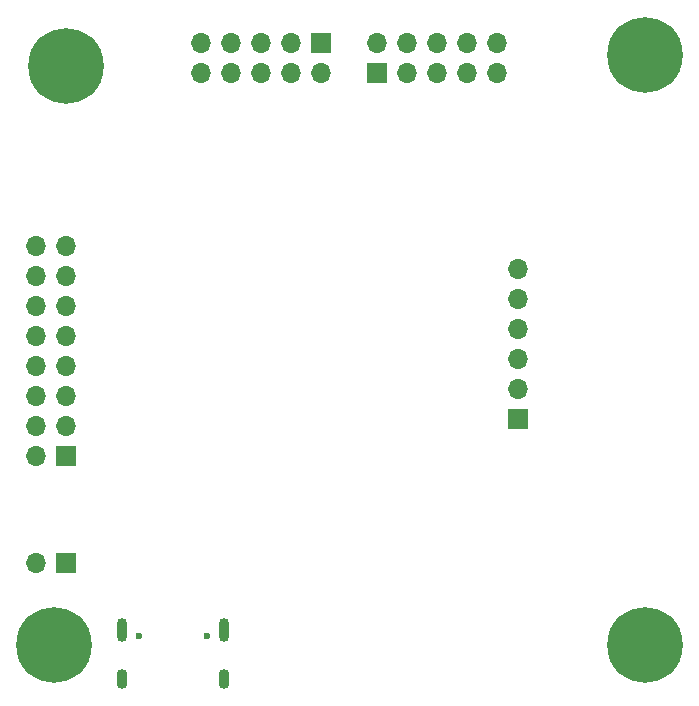
<source format=gbr>
%TF.GenerationSoftware,KiCad,Pcbnew,5.1.12-5.1.12*%
%TF.CreationDate,2022-01-03T06:20:25+08:00*%
%TF.ProjectId,esp32s2-openffb,65737033-3273-4322-9d6f-70656e666662,rev?*%
%TF.SameCoordinates,Original*%
%TF.FileFunction,Soldermask,Bot*%
%TF.FilePolarity,Negative*%
%FSLAX46Y46*%
G04 Gerber Fmt 4.6, Leading zero omitted, Abs format (unit mm)*
G04 Created by KiCad (PCBNEW 5.1.12-5.1.12) date 2022-01-03 06:20:25*
%MOMM*%
%LPD*%
G01*
G04 APERTURE LIST*
%ADD10O,1.700000X1.700000*%
%ADD11R,1.700000X1.700000*%
%ADD12C,0.800000*%
%ADD13C,6.400000*%
%ADD14O,0.900000X2.000000*%
%ADD15O,0.900000X1.700000*%
%ADD16C,0.600000*%
G04 APERTURE END LIST*
D10*
%TO.C,J5*%
X42452600Y56000000D03*
X42452600Y53460000D03*
X39912600Y56000000D03*
X39912600Y53460000D03*
X37372600Y56000000D03*
X37372600Y53460000D03*
X34832600Y56000000D03*
X34832600Y53460000D03*
X32292600Y56000000D03*
D11*
X32292600Y53460000D03*
%TD*%
D12*
%TO.C,H4*%
X6697056Y6697056D03*
X5000000Y7400000D03*
X3302944Y6697056D03*
X2600000Y5000000D03*
X3302944Y3302944D03*
X5000000Y2600000D03*
X6697056Y3302944D03*
X7400000Y5000000D03*
D13*
X5000000Y5000000D03*
%TD*%
D12*
%TO.C,H3*%
X56697056Y56697056D03*
X55000000Y57400000D03*
X53302944Y56697056D03*
X52600000Y55000000D03*
X53302944Y53302944D03*
X55000000Y52600000D03*
X56697056Y53302944D03*
X57400000Y55000000D03*
D13*
X55000000Y55000000D03*
%TD*%
D12*
%TO.C,H2*%
X56697056Y6697056D03*
X55000000Y7400000D03*
X53302944Y6697056D03*
X52600000Y5000000D03*
X53302944Y3302944D03*
X55000000Y2600000D03*
X56697056Y3302944D03*
X57400000Y5000000D03*
D13*
X55000000Y5000000D03*
%TD*%
D12*
%TO.C,H1*%
X7697056Y55697056D03*
X6000000Y56400000D03*
X4302944Y55697056D03*
X3600000Y54000000D03*
X4302944Y52302944D03*
X6000000Y51600000D03*
X7697056Y52302944D03*
X8400000Y54000000D03*
D13*
X6000000Y54000000D03*
%TD*%
D10*
%TO.C,J6*%
X17440000Y53460000D03*
X17440000Y56000000D03*
X19980000Y53460000D03*
X19980000Y56000000D03*
X22520000Y53460000D03*
X22520000Y56000000D03*
X25060000Y53460000D03*
X25060000Y56000000D03*
X27600000Y53460000D03*
D11*
X27600000Y56000000D03*
%TD*%
D10*
%TO.C,J4*%
X3460000Y38780000D03*
X6000000Y38780000D03*
X3460000Y36240000D03*
X6000000Y36240000D03*
X3460000Y33700000D03*
X6000000Y33700000D03*
X3460000Y31160000D03*
X6000000Y31160000D03*
X3460000Y28620000D03*
X6000000Y28620000D03*
X3460000Y26080000D03*
X6000000Y26080000D03*
X3460000Y23540000D03*
X6000000Y23540000D03*
X3460000Y21000000D03*
D11*
X6000000Y21000000D03*
%TD*%
D10*
%TO.C,J2*%
X44221400Y36855400D03*
X44221400Y34315400D03*
X44221400Y31775400D03*
X44221400Y29235400D03*
X44221400Y26695400D03*
D11*
X44221400Y24155400D03*
%TD*%
D14*
%TO.C,J1*%
X10744800Y6298800D03*
X19384800Y6298800D03*
D15*
X10744800Y2128800D03*
X19384800Y2128800D03*
D16*
X17954800Y5818800D03*
X12174800Y5818800D03*
%TD*%
D10*
%TO.C,J3*%
X3460000Y12000000D03*
D11*
X6000000Y12000000D03*
%TD*%
M02*

</source>
